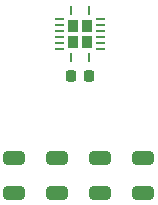
<source format=gbr>
%TF.GenerationSoftware,KiCad,Pcbnew,8.0.1*%
%TF.CreationDate,2024-03-25T18:19:42-05:00*%
%TF.ProjectId,TS3A5017-Mixer,54533341-3530-4313-972d-4d697865722e,rev?*%
%TF.SameCoordinates,Original*%
%TF.FileFunction,Paste,Top*%
%TF.FilePolarity,Positive*%
%FSLAX46Y46*%
G04 Gerber Fmt 4.6, Leading zero omitted, Abs format (unit mm)*
G04 Created by KiCad (PCBNEW 8.0.1) date 2024-03-25 18:19:42*
%MOMM*%
%LPD*%
G01*
G04 APERTURE LIST*
G04 Aperture macros list*
%AMRoundRect*
0 Rectangle with rounded corners*
0 $1 Rounding radius*
0 $2 $3 $4 $5 $6 $7 $8 $9 X,Y pos of 4 corners*
0 Add a 4 corners polygon primitive as box body*
4,1,4,$2,$3,$4,$5,$6,$7,$8,$9,$2,$3,0*
0 Add four circle primitives for the rounded corners*
1,1,$1+$1,$2,$3*
1,1,$1+$1,$4,$5*
1,1,$1+$1,$6,$7*
1,1,$1+$1,$8,$9*
0 Add four rect primitives between the rounded corners*
20,1,$1+$1,$2,$3,$4,$5,0*
20,1,$1+$1,$4,$5,$6,$7,0*
20,1,$1+$1,$6,$7,$8,$9,0*
20,1,$1+$1,$8,$9,$2,$3,0*%
%AMFreePoly0*
4,1,10,0.115000,-0.351709,0.098830,-0.412057,0.057057,-0.453830,0.000000,-0.469118,-0.057057,-0.453830,-0.098830,-0.412057,-0.115000,-0.351709,-0.115000,0.330000,0.115000,0.330000,0.115000,-0.351709,0.115000,-0.351709,$1*%
%AMFreePoly1*
4,1,11,0.330000,-0.115000,-0.330000,-0.115000,-0.351710,-0.115000,-0.412057,-0.098830,-0.453830,-0.057057,-0.469118,0.000000,-0.453830,0.057057,-0.412057,0.098830,-0.351710,0.115000,0.330000,0.115000,0.330000,-0.115000,0.330000,-0.115000,$1*%
%AMFreePoly2*
4,1,10,0.057057,0.453830,0.098830,0.412057,0.115000,0.351709,0.115000,-0.330000,-0.115000,-0.330000,-0.115000,0.351709,-0.098830,0.412057,-0.057057,0.453830,0.000000,0.469118,0.057057,0.453830,0.057057,0.453830,$1*%
%AMFreePoly3*
4,1,10,0.412057,0.098830,0.453830,0.057057,0.469118,0.000000,0.453830,-0.057057,0.412057,-0.098830,0.351710,-0.115000,-0.330000,-0.115000,-0.330000,0.115000,0.351710,0.115000,0.412057,0.098830,0.412057,0.098830,$1*%
G04 Aperture macros list end*
%ADD10FreePoly0,180.000000*%
%ADD11FreePoly1,180.000000*%
%ADD12FreePoly2,180.000000*%
%ADD13FreePoly3,180.000000*%
%ADD14R,0.820000X1.070000*%
%ADD15RoundRect,0.225000X-0.225000X-0.250000X0.225000X-0.250000X0.225000X0.250000X-0.225000X0.250000X0*%
%ADD16RoundRect,0.250000X-0.650000X0.325000X-0.650000X-0.325000X0.650000X-0.325000X0.650000X0.325000X0*%
G04 APERTURE END LIST*
D10*
%TO.C,U1*%
X146037000Y-89916000D03*
D11*
X144992000Y-89121000D03*
X144992000Y-88621000D03*
X144992000Y-88121000D03*
X144992000Y-87621000D03*
X144992000Y-87121000D03*
X144992000Y-86621000D03*
D12*
X146037000Y-85826000D03*
X147537000Y-85826000D03*
D13*
X148582000Y-86621000D03*
X148582000Y-87121000D03*
X148582000Y-87621000D03*
X148582000Y-88121000D03*
X148582000Y-88621000D03*
X148582000Y-89121000D03*
D10*
X147537000Y-89916000D03*
D14*
X146227000Y-87186000D03*
X146227000Y-88556000D03*
X147347000Y-87186000D03*
X147347000Y-88556000D03*
%TD*%
D15*
%TO.C,C1*%
X147574000Y-91440000D03*
X146024000Y-91440000D03*
%TD*%
D16*
%TO.C,C5*%
X152146000Y-101346000D03*
X152146000Y-98396000D03*
%TD*%
%TO.C,C4*%
X148505332Y-98396000D03*
X148505332Y-101346000D03*
%TD*%
%TO.C,C3*%
X141224000Y-101297000D03*
X141224000Y-98347000D03*
%TD*%
%TO.C,C2*%
X144864666Y-98347000D03*
X144864666Y-101297000D03*
%TD*%
M02*

</source>
